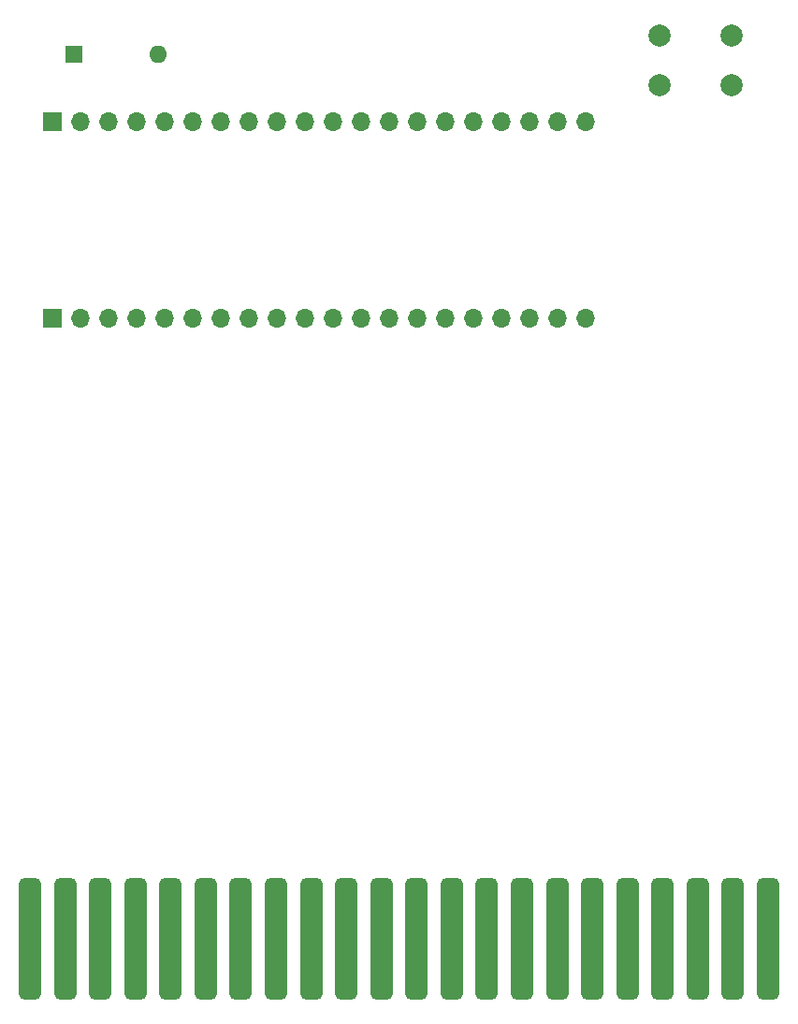
<source format=gbr>
%TF.GenerationSoftware,KiCad,Pcbnew,8.0.1*%
%TF.CreationDate,2024-04-05T19:57:55+02:00*%
%TF.ProjectId,SD-10005v,53442d31-3030-4303-9576-2e6b69636164,rev?*%
%TF.SameCoordinates,Original*%
%TF.FileFunction,Soldermask,Bot*%
%TF.FilePolarity,Negative*%
%FSLAX46Y46*%
G04 Gerber Fmt 4.6, Leading zero omitted, Abs format (unit mm)*
G04 Created by KiCad (PCBNEW 8.0.1) date 2024-04-05 19:57:55*
%MOMM*%
%LPD*%
G01*
G04 APERTURE LIST*
G04 Aperture macros list*
%AMRoundRect*
0 Rectangle with rounded corners*
0 $1 Rounding radius*
0 $2 $3 $4 $5 $6 $7 $8 $9 X,Y pos of 4 corners*
0 Add a 4 corners polygon primitive as box body*
4,1,4,$2,$3,$4,$5,$6,$7,$8,$9,$2,$3,0*
0 Add four circle primitives for the rounded corners*
1,1,$1+$1,$2,$3*
1,1,$1+$1,$4,$5*
1,1,$1+$1,$6,$7*
1,1,$1+$1,$8,$9*
0 Add four rect primitives between the rounded corners*
20,1,$1+$1,$2,$3,$4,$5,0*
20,1,$1+$1,$4,$5,$6,$7,0*
20,1,$1+$1,$6,$7,$8,$9,0*
20,1,$1+$1,$8,$9,$2,$3,0*%
G04 Aperture macros list end*
%ADD10R,1.600000X1.600000*%
%ADD11O,1.600000X1.600000*%
%ADD12R,1.700000X1.700000*%
%ADD13O,1.700000X1.700000*%
%ADD14C,2.000000*%
%ADD15RoundRect,0.500000X-0.500000X-5.000000X0.500000X-5.000000X0.500000X5.000000X-0.500000X5.000000X0*%
G04 APERTURE END LIST*
D10*
%TO.C,D1*%
X78490000Y-36900000D03*
D11*
X86110000Y-36900000D03*
%TD*%
D12*
%TO.C,J1*%
X76520000Y-60800000D03*
D13*
X79060000Y-60800000D03*
X81600000Y-60800000D03*
X84140000Y-60800000D03*
X86680000Y-60800000D03*
X89220000Y-60800000D03*
X91760000Y-60800000D03*
X94300000Y-60800000D03*
X96840000Y-60800000D03*
X99380000Y-60800000D03*
X101920000Y-60800000D03*
X104460000Y-60800000D03*
X107000000Y-60800000D03*
X109540000Y-60800000D03*
X112080000Y-60800000D03*
X114620000Y-60800000D03*
X117160000Y-60800000D03*
X119700000Y-60800000D03*
X122240000Y-60800000D03*
X124780000Y-60800000D03*
%TD*%
D12*
%TO.C,J2*%
X76500000Y-43000000D03*
D13*
X79040000Y-43000000D03*
X81580000Y-43000000D03*
X84120000Y-43000000D03*
X86660000Y-43000000D03*
X89200000Y-43000000D03*
X91740000Y-43000000D03*
X94280000Y-43000000D03*
X96820000Y-43000000D03*
X99360000Y-43000000D03*
X101900000Y-43000000D03*
X104440000Y-43000000D03*
X106980000Y-43000000D03*
X109520000Y-43000000D03*
X112060000Y-43000000D03*
X114600000Y-43000000D03*
X117140000Y-43000000D03*
X119680000Y-43000000D03*
X122220000Y-43000000D03*
X124760000Y-43000000D03*
%TD*%
D14*
%TO.C,SW1*%
X131500000Y-35200000D03*
X138000000Y-35200000D03*
X131500000Y-39700000D03*
X138000000Y-39700000D03*
%TD*%
D15*
%TO.C,CON1*%
X74500000Y-116900000D03*
X77680000Y-116900000D03*
X80860000Y-116900000D03*
X84040000Y-116900000D03*
X87220000Y-116900000D03*
X90400000Y-116900000D03*
X93580000Y-116900000D03*
X96760000Y-116900000D03*
X99940000Y-116900000D03*
X103120000Y-116900000D03*
X106300000Y-116900000D03*
X109480000Y-116900000D03*
X112660000Y-116900000D03*
X115840000Y-116900000D03*
X119020000Y-116900000D03*
X122200000Y-116900000D03*
X125380000Y-116900000D03*
X128560000Y-116900000D03*
X131740000Y-116900000D03*
X134920000Y-116900000D03*
X138100000Y-116900000D03*
X141280000Y-116900000D03*
%TD*%
M02*

</source>
